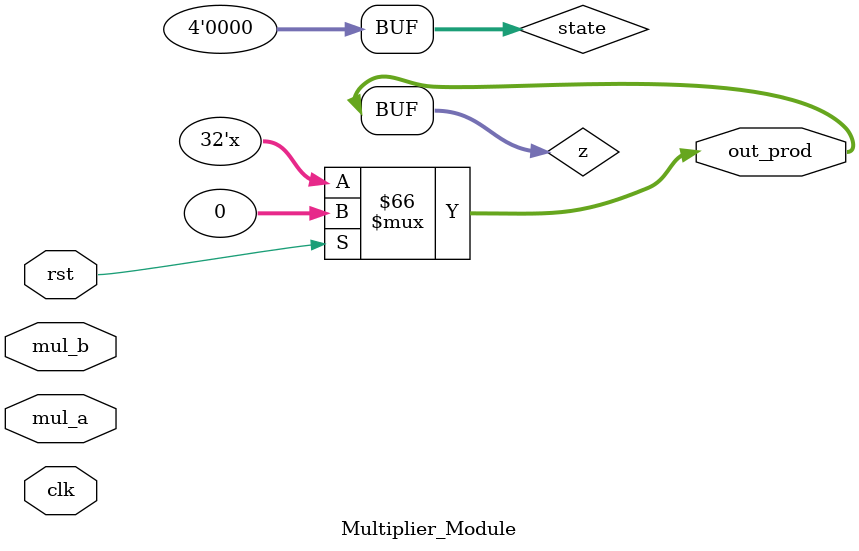
<source format=v>
`timescale 1ns/1ns

module Multiplier_Module(clk,rst,mul_a,mul_b,out_prod);
    
    input [31:0] mul_a;
    input [31:0] mul_b;
    output [31:0] out_prod;

    input     clk;
    input     rst;

    reg       [3:0] state;
    parameter   unpack        = 4'd0,
                special_case  = 4'd1,
                normalise_a   = 4'd2,
                normalise_b   = 4'd3,
                multiply_0    = 4'd4,
                multiply_1    = 4'd5,
                normalise_1   = 4'd6,
                normalise_2   = 4'd7,
                round         = 4'd8,
                pack          = 4'd9;

    reg [31:0] a,b,z;
	reg [23:0] z_m,b_m,a_m;
	reg [9:0] a_e, b_e, z_e;
	reg a_s, b_s, z_s;
	reg [49:0] product;			
	reg guard, round_bit, sticky;
            
    
    always@(mul_a or mul_b)
    begin
        if(rst)
		begin
			state <= unpack;
			z <= 32'b0;
			a <= 32'b0;
			b <= 32'b0;
		end

        else
        begin
            case (state)

                //Unpacking of inputs and separation of Sign, Exponent and Mantessa bits.
                unpack:
				begin

					a <= mul_a;
					b <= mul_b;

					a_m <= a[22:0];
					b_m <= b[22:0];
					a_e <= a[30:23] - 127;
					b_e <= b[30:23] - 127;
					a_s <= a[31];
					b_s <= b[31];
					state <= special_case;
				end
                
                //Special Cases such as Operation with NaN, inf and Zero.
                special_case:
                begin
                    //if a is NaN or b is NaN return NaN 
                    if ((a_e == 128 && a_m != 0) || (b_e == 128 && b_m != 0)) 
                    begin
                        z[31] <= 1;
                        z[30:23] <= 255;
                        z[22] <= 1;
                        z[21:0] <= 0;
                        state <= pack;
                    end

                    //if a is inf return inf
                    else if (a_e == 128) 
                    begin
                        z[31] <= a_s ^ b_s;
                        z[30:23] <= 255;
                        z[22:0] <= 0;
            
                         //if b is zero return NaN
                        if (($signed(b_e) == -127) && (b_m == 0))
                        begin
                            z[31] <= 1;
                            z[30:23] <= 255;
                            z[22] <= 1;
                            z[21:0] <= 0;
                        end
                        state <= pack;
                    end
                    
                    //if b is inf return inf
                    else if (b_e == 128)
                    begin
                        
                        z[31] <= a_s ^ b_s;
                        z[30:23] <= 255;
                        z[22:0] <= 0;
                        
                        //if a is zero return NaN
                        if (($signed(a_e) == -127) && (a_m == 0)) 
                        begin
                            z[31] <= 1;
                            z[30:23] <= 255;
                            z[22] <= 1;
                            z[21:0] <= 0;
                        end
                        state <= pack;
                    end

                    //if a is zero return zero
                    else if (($signed(a_e) == -127) && (a_m == 0))
                     begin
                        z[31] <= a_s ^ b_s;
                        z[30:23] <= 0;
                        z[22:0] <= 0;
                        state <= pack;
                    end

                    //if b is zero return zero
                    else if (($signed(b_e) == -127) && (b_m == 0))
                    begin
                        z[31] <= a_s ^ b_s;
                        z[30:23] <= 0;
                        z[22:0] <= 0;
                        state <= pack;
                    end 
                    
                    //Denormalised Number
                    else 
                    begin
                        if ($signed(a_e) == -127)
                            a_e <= -126;
                        else
                            a_m[23] <= 1;
                        
                        //Denormalised Number
                        if ($signed(b_e) == -127)
                            b_e <= -126;
                        else 
                            b_m[23] <= 1;
                        
                        state <= normalise_a;
                     end
                end     

                //Normalization of result to the form (-1)^Sign 1.Mantessa * 2^Exponent.
                normalise_a:
                begin
                    if(a_m[23])
                        state <= normalise_b;
                    else
                    begin
                        a_m <= a_m << 1;
                        a_e <= a_e - 1;
                    end
                end

                normalise_b:
                begin
                    if(b_m[23])
                        state <= multiply_0;
                    else
                    begin
                        b_m <= b_m << 1;
                        b_e <= b_e - 1;
                    end
                end

                //Multipliing mantessa and adding exponent, where exponents are equal.
                multiply_0:
                begin
                    z_s <= a_s | b_s;
                    z_e <= a_e + b_e + 1;
                    product <= a_m * b_m * 4;
                    state <= multiply_1;
                end

                multiply_1:
                begin
                    z_m <= product[49:26];
                    guard <= product[25];
                    round_bit <= product[24];
                    sticky <= (product[23:0] != 0);
                    state <= normalise_1;
                end

                normalise_1:
                begin
                    if (z_m[23] == 0) 
                    begin
                        z_e <= z_e - 1;
                        z_m <= z_m << 1;
                        z_m[0] <= guard;
                        guard <= round_bit;
                        round_bit <= 0;
                    end

                    else
                        state <= normalise_2;
                end

                normalise_2:
                begin
                    if($signed(z_e) < -126)
                    begin
                        z_e <= z_e + 1;
                        z_m <= z_m >> 1;
                        guard <= z_m[0];
                        round_bit <= guard;
                        sticky <= sticky | round_bit;
                    end

                    else
                        state <= round;        
                end

                //Packing of z if there is no special cases or errors. 
                round:
                begin
                    if(guard && (round_bit | sticky | z_m[0]))
                    begin
                        z_m <= z_m + 1;
                        if(z_m == 24'hffffff)
                            z_e <= z_e + 1;
                    end

                    state<= pack;
                end

                pack:
                begin
                    z[22:0] <= z_m[22:0];
                    z[30:23] <= z_e[7:0] + 127;
                    z[31] <= z_s;
                    if($signed(z_e) == -126 && z_m[23] == 0)
                        z[30:23] <= 0;
                    
                    //If overflow occurs;
                    if($signed(z_e > 127))
                    begin
                        z[22:0] <= 0;
                        z[30:23] <= 255;
                        z[31] <= z_s;
                    end

                    state <= unpack;
                end

                default: state <= unpack;
                
            endcase
        end
    end

    assign out_prod[31:0] = z[31:0];
endmodule

</source>
